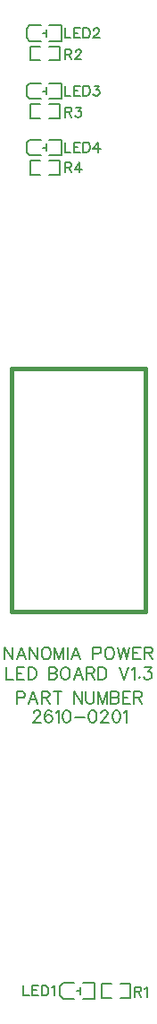
<source format=gto>
G04 Layer: TopSilkscreenLayer*
G04 Panelize: V-CUT, Column: 8, Row: 1, Board Size: 15.24mm x 95mm, Panelized Board Size: 135.92mm x 95mm*
G04 EasyEDA v6.5.34, 2023-08-21 18:11:39*
G04 3bfda8faaeb148089eadf0c8bcf69e3c,5a6b42c53f6a479593ecc07194224c93,10*
G04 Gerber Generator version 0.2*
G04 Scale: 100 percent, Rotated: No, Reflected: No *
G04 Dimensions in millimeters *
G04 leading zeros omitted , absolute positions ,4 integer and 5 decimal *
%FSLAX45Y45*%
%MOMM*%

%ADD10C,0.2032*%
%ADD11C,0.1524*%
%ADD12C,0.3860*%
%ADD13C,0.1500*%

%LPD*%
D10*
X330200Y5226557D02*
G01*
X330200Y5112004D01*
X330200Y5112004D02*
G01*
X395731Y5112004D01*
X431545Y5226557D02*
G01*
X431545Y5112004D01*
X431545Y5226557D02*
G01*
X502665Y5226557D01*
X431545Y5171947D02*
G01*
X475234Y5171947D01*
X431545Y5112004D02*
G01*
X502665Y5112004D01*
X538479Y5226557D02*
G01*
X538479Y5112004D01*
X538479Y5226557D02*
G01*
X576834Y5226557D01*
X593089Y5220970D01*
X604012Y5210047D01*
X609345Y5199126D01*
X614934Y5182870D01*
X614934Y5155692D01*
X609345Y5139181D01*
X604012Y5128260D01*
X593089Y5117337D01*
X576834Y5112004D01*
X538479Y5112004D01*
X734822Y5226557D02*
G01*
X734822Y5112004D01*
X734822Y5226557D02*
G01*
X784097Y5226557D01*
X800354Y5220970D01*
X805941Y5215636D01*
X811275Y5204713D01*
X811275Y5193792D01*
X805941Y5182870D01*
X800354Y5177281D01*
X784097Y5171947D01*
X734822Y5171947D02*
G01*
X784097Y5171947D01*
X800354Y5166613D01*
X805941Y5161026D01*
X811275Y5150104D01*
X811275Y5133847D01*
X805941Y5122926D01*
X800354Y5117337D01*
X784097Y5112004D01*
X734822Y5112004D01*
X880109Y5226557D02*
G01*
X869188Y5220970D01*
X858265Y5210047D01*
X852677Y5199126D01*
X847343Y5182870D01*
X847343Y5155692D01*
X852677Y5139181D01*
X858265Y5128260D01*
X869188Y5117337D01*
X880109Y5112004D01*
X901954Y5112004D01*
X912622Y5117337D01*
X923543Y5128260D01*
X929131Y5139181D01*
X934465Y5155692D01*
X934465Y5182870D01*
X929131Y5199126D01*
X923543Y5210047D01*
X912622Y5220970D01*
X901954Y5226557D01*
X880109Y5226557D01*
X1014222Y5226557D02*
G01*
X970534Y5112004D01*
X1014222Y5226557D02*
G01*
X1057909Y5112004D01*
X987043Y5150104D02*
G01*
X1041400Y5150104D01*
X1093724Y5226557D02*
G01*
X1093724Y5112004D01*
X1093724Y5226557D02*
G01*
X1143000Y5226557D01*
X1159256Y5220970D01*
X1164843Y5215636D01*
X1170177Y5204713D01*
X1170177Y5193792D01*
X1164843Y5182870D01*
X1159256Y5177281D01*
X1143000Y5171947D01*
X1093724Y5171947D01*
X1132077Y5171947D02*
G01*
X1170177Y5112004D01*
X1206245Y5226557D02*
G01*
X1206245Y5112004D01*
X1206245Y5226557D02*
G01*
X1244345Y5226557D01*
X1260856Y5220970D01*
X1271777Y5210047D01*
X1277111Y5199126D01*
X1282445Y5182870D01*
X1282445Y5155692D01*
X1277111Y5139181D01*
X1271777Y5128260D01*
X1260856Y5117337D01*
X1244345Y5112004D01*
X1206245Y5112004D01*
X1402588Y5226557D02*
G01*
X1446275Y5112004D01*
X1489709Y5226557D02*
G01*
X1446275Y5112004D01*
X1525777Y5204713D02*
G01*
X1536700Y5210047D01*
X1553209Y5226557D01*
X1553209Y5112004D01*
X1594611Y5139181D02*
G01*
X1589024Y5133847D01*
X1594611Y5128260D01*
X1599945Y5133847D01*
X1594611Y5139181D01*
X1646936Y5226557D02*
G01*
X1706879Y5226557D01*
X1674113Y5182870D01*
X1690624Y5182870D01*
X1701545Y5177281D01*
X1706879Y5171947D01*
X1712468Y5155692D01*
X1712468Y5144770D01*
X1706879Y5128260D01*
X1695958Y5117337D01*
X1679702Y5112004D01*
X1663191Y5112004D01*
X1646936Y5117337D01*
X1641347Y5122926D01*
X1636013Y5133847D01*
X317500Y5416989D02*
G01*
X317500Y5302445D01*
X317500Y5416989D02*
G01*
X393862Y5302445D01*
X393862Y5416989D02*
G01*
X393862Y5302445D01*
X473499Y5416989D02*
G01*
X429864Y5302445D01*
X473499Y5416989D02*
G01*
X517136Y5302445D01*
X446227Y5340626D02*
G01*
X500771Y5340626D01*
X553135Y5416989D02*
G01*
X553135Y5302445D01*
X553135Y5416989D02*
G01*
X629498Y5302445D01*
X629498Y5416989D02*
G01*
X629498Y5302445D01*
X698225Y5416989D02*
G01*
X687316Y5411536D01*
X676409Y5400626D01*
X670953Y5389717D01*
X665500Y5373354D01*
X665500Y5346082D01*
X670953Y5329717D01*
X676409Y5318808D01*
X687316Y5307898D01*
X698225Y5302445D01*
X720044Y5302445D01*
X730953Y5307898D01*
X741862Y5318808D01*
X747316Y5329717D01*
X752772Y5346082D01*
X752772Y5373354D01*
X747316Y5389717D01*
X741862Y5400626D01*
X730953Y5411536D01*
X720044Y5416989D01*
X698225Y5416989D01*
X788771Y5416989D02*
G01*
X788771Y5302445D01*
X788771Y5416989D02*
G01*
X832408Y5302445D01*
X876043Y5416989D02*
G01*
X832408Y5302445D01*
X876043Y5416989D02*
G01*
X876043Y5302445D01*
X912045Y5416989D02*
G01*
X912045Y5302445D01*
X991679Y5416989D02*
G01*
X948044Y5302445D01*
X991679Y5416989D02*
G01*
X1035316Y5302445D01*
X964407Y5340626D02*
G01*
X1018954Y5340626D01*
X1155316Y5416989D02*
G01*
X1155316Y5302445D01*
X1155316Y5416989D02*
G01*
X1204407Y5416989D01*
X1220769Y5411536D01*
X1226225Y5406082D01*
X1231679Y5395173D01*
X1231679Y5378808D01*
X1226225Y5367898D01*
X1220769Y5362445D01*
X1204407Y5356989D01*
X1155316Y5356989D01*
X1300406Y5416989D02*
G01*
X1289497Y5411536D01*
X1278587Y5400626D01*
X1273134Y5389717D01*
X1267680Y5373354D01*
X1267680Y5346082D01*
X1273134Y5329717D01*
X1278587Y5318808D01*
X1289497Y5307898D01*
X1300406Y5302445D01*
X1322224Y5302445D01*
X1333134Y5307898D01*
X1344043Y5318808D01*
X1349496Y5329717D01*
X1354952Y5346082D01*
X1354952Y5373354D01*
X1349496Y5389717D01*
X1344043Y5400626D01*
X1333134Y5411536D01*
X1322224Y5416989D01*
X1300406Y5416989D01*
X1390952Y5416989D02*
G01*
X1418224Y5302445D01*
X1445498Y5416989D02*
G01*
X1418224Y5302445D01*
X1445498Y5416989D02*
G01*
X1472770Y5302445D01*
X1500042Y5416989D02*
G01*
X1472770Y5302445D01*
X1536042Y5416989D02*
G01*
X1536042Y5302445D01*
X1536042Y5416989D02*
G01*
X1606951Y5416989D01*
X1536042Y5362445D02*
G01*
X1579679Y5362445D01*
X1536042Y5302445D02*
G01*
X1606951Y5302445D01*
X1642950Y5416989D02*
G01*
X1642950Y5302445D01*
X1642950Y5416989D02*
G01*
X1692043Y5416989D01*
X1708406Y5411536D01*
X1713859Y5406082D01*
X1719315Y5395173D01*
X1719315Y5384264D01*
X1713859Y5373354D01*
X1708406Y5367898D01*
X1692043Y5362445D01*
X1642950Y5362445D01*
X1681134Y5362445D02*
G01*
X1719315Y5302445D01*
X589534Y4792726D02*
G01*
X589534Y4798313D01*
X595121Y4809236D01*
X600455Y4814570D01*
X611378Y4820157D01*
X633221Y4820157D01*
X644144Y4814570D01*
X649731Y4809236D01*
X655065Y4798313D01*
X655065Y4787392D01*
X649731Y4776470D01*
X638810Y4760213D01*
X584200Y4705604D01*
X660654Y4705604D01*
X762000Y4803647D02*
G01*
X756665Y4814570D01*
X740156Y4820157D01*
X729234Y4820157D01*
X712977Y4814570D01*
X702056Y4798313D01*
X696468Y4770881D01*
X696468Y4743704D01*
X702056Y4721860D01*
X712977Y4710937D01*
X729234Y4705604D01*
X734822Y4705604D01*
X751077Y4710937D01*
X762000Y4721860D01*
X767588Y4738370D01*
X767588Y4743704D01*
X762000Y4760213D01*
X751077Y4770881D01*
X734822Y4776470D01*
X729234Y4776470D01*
X712977Y4770881D01*
X702056Y4760213D01*
X696468Y4743704D01*
X803402Y4798313D02*
G01*
X814324Y4803647D01*
X830834Y4820157D01*
X830834Y4705604D01*
X899413Y4820157D02*
G01*
X883158Y4814570D01*
X872236Y4798313D01*
X866647Y4770881D01*
X866647Y4754626D01*
X872236Y4727447D01*
X883158Y4710937D01*
X899413Y4705604D01*
X910336Y4705604D01*
X926845Y4710937D01*
X937768Y4727447D01*
X943102Y4754626D01*
X943102Y4770881D01*
X937768Y4798313D01*
X926845Y4814570D01*
X910336Y4820157D01*
X899413Y4820157D01*
X979170Y4754626D02*
G01*
X1077213Y4754626D01*
X1146047Y4820157D02*
G01*
X1129538Y4814570D01*
X1118870Y4798313D01*
X1113281Y4770881D01*
X1113281Y4754626D01*
X1118870Y4727447D01*
X1129538Y4710937D01*
X1146047Y4705604D01*
X1156970Y4705604D01*
X1173225Y4710937D01*
X1184147Y4727447D01*
X1189736Y4754626D01*
X1189736Y4770881D01*
X1184147Y4798313D01*
X1173225Y4814570D01*
X1156970Y4820157D01*
X1146047Y4820157D01*
X1231138Y4792726D02*
G01*
X1231138Y4798313D01*
X1236472Y4809236D01*
X1242059Y4814570D01*
X1252981Y4820157D01*
X1274825Y4820157D01*
X1285747Y4814570D01*
X1291081Y4809236D01*
X1296670Y4798313D01*
X1296670Y4787392D01*
X1291081Y4776470D01*
X1280159Y4760213D01*
X1225550Y4705604D01*
X1302004Y4705604D01*
X1370838Y4820157D02*
G01*
X1354327Y4814570D01*
X1343406Y4798313D01*
X1338072Y4770881D01*
X1338072Y4754626D01*
X1343406Y4727447D01*
X1354327Y4710937D01*
X1370838Y4705604D01*
X1381759Y4705604D01*
X1398015Y4710937D01*
X1408938Y4727447D01*
X1414272Y4754626D01*
X1414272Y4770881D01*
X1408938Y4798313D01*
X1398015Y4814570D01*
X1381759Y4820157D01*
X1370838Y4820157D01*
X1450340Y4798313D02*
G01*
X1461261Y4803647D01*
X1477772Y4820157D01*
X1477772Y4705604D01*
X431800Y4997889D02*
G01*
X431800Y4883345D01*
X431800Y4997889D02*
G01*
X480890Y4997889D01*
X497253Y4992436D01*
X502709Y4986982D01*
X508162Y4976073D01*
X508162Y4959708D01*
X502709Y4948798D01*
X497253Y4943345D01*
X480890Y4937889D01*
X431800Y4937889D01*
X587799Y4997889D02*
G01*
X544164Y4883345D01*
X587799Y4997889D02*
G01*
X631436Y4883345D01*
X560527Y4921526D02*
G01*
X615071Y4921526D01*
X667435Y4997889D02*
G01*
X667435Y4883345D01*
X667435Y4997889D02*
G01*
X716526Y4997889D01*
X732889Y4992436D01*
X738344Y4986982D01*
X743798Y4976073D01*
X743798Y4965164D01*
X738344Y4954254D01*
X732889Y4948798D01*
X716526Y4943345D01*
X667435Y4943345D01*
X705617Y4943345D02*
G01*
X743798Y4883345D01*
X817981Y4997889D02*
G01*
X817981Y4883345D01*
X779800Y4997889D02*
G01*
X856162Y4997889D01*
X976162Y4997889D02*
G01*
X976162Y4883345D01*
X976162Y4997889D02*
G01*
X1052525Y4883345D01*
X1052525Y4997889D02*
G01*
X1052525Y4883345D01*
X1088527Y4997889D02*
G01*
X1088527Y4916073D01*
X1093980Y4899708D01*
X1104889Y4888798D01*
X1121252Y4883345D01*
X1132161Y4883345D01*
X1148527Y4888798D01*
X1159433Y4899708D01*
X1164889Y4916073D01*
X1164889Y4997889D01*
X1200889Y4997889D02*
G01*
X1200889Y4883345D01*
X1200889Y4997889D02*
G01*
X1244526Y4883345D01*
X1288161Y4997889D02*
G01*
X1244526Y4883345D01*
X1288161Y4997889D02*
G01*
X1288161Y4883345D01*
X1324162Y4997889D02*
G01*
X1324162Y4883345D01*
X1324162Y4997889D02*
G01*
X1373253Y4997889D01*
X1389616Y4992436D01*
X1395069Y4986982D01*
X1400525Y4976073D01*
X1400525Y4965164D01*
X1395069Y4954254D01*
X1389616Y4948798D01*
X1373253Y4943345D01*
X1324162Y4943345D02*
G01*
X1373253Y4943345D01*
X1389616Y4937889D01*
X1395069Y4932436D01*
X1400525Y4921526D01*
X1400525Y4905164D01*
X1395069Y4894254D01*
X1389616Y4888798D01*
X1373253Y4883345D01*
X1324162Y4883345D01*
X1436524Y4997889D02*
G01*
X1436524Y4883345D01*
X1436524Y4997889D02*
G01*
X1507434Y4997889D01*
X1436524Y4943345D02*
G01*
X1480162Y4943345D01*
X1436524Y4883345D02*
G01*
X1507434Y4883345D01*
X1543433Y4997889D02*
G01*
X1543433Y4883345D01*
X1543433Y4997889D02*
G01*
X1592524Y4997889D01*
X1608889Y4992436D01*
X1614342Y4986982D01*
X1619798Y4976073D01*
X1619798Y4965164D01*
X1614342Y4954254D01*
X1608889Y4948798D01*
X1592524Y4943345D01*
X1543433Y4943345D01*
X1581614Y4943345D02*
G01*
X1619798Y4883345D01*
D11*
X889000Y11264137D02*
G01*
X889000Y11168634D01*
X889000Y11168634D02*
G01*
X943609Y11168634D01*
X973581Y11264137D02*
G01*
X973581Y11168634D01*
X973581Y11264137D02*
G01*
X1032509Y11264137D01*
X973581Y11218671D02*
G01*
X1009904Y11218671D01*
X973581Y11168634D02*
G01*
X1032509Y11168634D01*
X1062736Y11264137D02*
G01*
X1062736Y11168634D01*
X1062736Y11264137D02*
G01*
X1094486Y11264137D01*
X1108202Y11259565D01*
X1117091Y11250676D01*
X1121663Y11241531D01*
X1126236Y11227815D01*
X1126236Y11205210D01*
X1121663Y11191494D01*
X1117091Y11182350D01*
X1108202Y11173205D01*
X1094486Y11168634D01*
X1062736Y11168634D01*
X1160779Y11241531D02*
G01*
X1160779Y11246104D01*
X1165352Y11254994D01*
X1169924Y11259565D01*
X1179068Y11264137D01*
X1197102Y11264137D01*
X1206245Y11259565D01*
X1210818Y11254994D01*
X1215390Y11246104D01*
X1215390Y11236960D01*
X1210818Y11227815D01*
X1201674Y11214100D01*
X1156208Y11168634D01*
X1219961Y11168634D01*
X889000Y11060937D02*
G01*
X889000Y10965434D01*
X889000Y11060937D02*
G01*
X929893Y11060937D01*
X943609Y11056365D01*
X948181Y11051794D01*
X952754Y11042904D01*
X952754Y11033760D01*
X948181Y11024615D01*
X943609Y11020044D01*
X929893Y11015471D01*
X889000Y11015471D01*
X920750Y11015471D02*
G01*
X952754Y10965434D01*
X987297Y11038331D02*
G01*
X987297Y11042904D01*
X991615Y11051794D01*
X996188Y11056365D01*
X1005331Y11060937D01*
X1023620Y11060937D01*
X1032509Y11056365D01*
X1037081Y11051794D01*
X1041654Y11042904D01*
X1041654Y11033760D01*
X1037081Y11024615D01*
X1028191Y11010900D01*
X982725Y10965434D01*
X1046225Y10965434D01*
X889000Y9994137D02*
G01*
X889000Y9898634D01*
X889000Y9994137D02*
G01*
X929893Y9994137D01*
X943609Y9989565D01*
X948181Y9984994D01*
X952754Y9976104D01*
X952754Y9966960D01*
X948181Y9957815D01*
X943609Y9953244D01*
X929893Y9948671D01*
X889000Y9948671D01*
X920750Y9948671D02*
G01*
X952754Y9898634D01*
X1028191Y9994137D02*
G01*
X982725Y9930637D01*
X1050797Y9930637D01*
X1028191Y9994137D02*
G01*
X1028191Y9898634D01*
X889000Y10514837D02*
G01*
X889000Y10419334D01*
X889000Y10514837D02*
G01*
X929893Y10514837D01*
X943609Y10510265D01*
X948181Y10505694D01*
X952754Y10496804D01*
X952754Y10487660D01*
X948181Y10478515D01*
X943609Y10473944D01*
X929893Y10469371D01*
X889000Y10469371D01*
X920750Y10469371D02*
G01*
X952754Y10419334D01*
X991615Y10514837D02*
G01*
X1041654Y10514837D01*
X1014475Y10478515D01*
X1028191Y10478515D01*
X1037081Y10473944D01*
X1041654Y10469371D01*
X1046225Y10455910D01*
X1046225Y10446765D01*
X1041654Y10433050D01*
X1032509Y10423905D01*
X1019047Y10419334D01*
X1005331Y10419334D01*
X991615Y10423905D01*
X987297Y10428478D01*
X982725Y10437621D01*
X889000Y10718037D02*
G01*
X889000Y10622534D01*
X889000Y10622534D02*
G01*
X943609Y10622534D01*
X973581Y10718037D02*
G01*
X973581Y10622534D01*
X973581Y10718037D02*
G01*
X1032509Y10718037D01*
X973581Y10672571D02*
G01*
X1009904Y10672571D01*
X973581Y10622534D02*
G01*
X1032509Y10622534D01*
X1062736Y10718037D02*
G01*
X1062736Y10622534D01*
X1062736Y10718037D02*
G01*
X1094486Y10718037D01*
X1108202Y10713465D01*
X1117091Y10704576D01*
X1121663Y10695431D01*
X1126236Y10681715D01*
X1126236Y10659110D01*
X1121663Y10645394D01*
X1117091Y10636250D01*
X1108202Y10627105D01*
X1094486Y10622534D01*
X1062736Y10622534D01*
X1165352Y10718037D02*
G01*
X1215390Y10718037D01*
X1188211Y10681715D01*
X1201674Y10681715D01*
X1210818Y10677144D01*
X1215390Y10672571D01*
X1219961Y10659110D01*
X1219961Y10649965D01*
X1215390Y10636250D01*
X1206245Y10627105D01*
X1192529Y10622534D01*
X1179068Y10622534D01*
X1165352Y10627105D01*
X1160779Y10631678D01*
X1156208Y10640821D01*
X889000Y10184637D02*
G01*
X889000Y10089134D01*
X889000Y10089134D02*
G01*
X943609Y10089134D01*
X973581Y10184637D02*
G01*
X973581Y10089134D01*
X973581Y10184637D02*
G01*
X1032509Y10184637D01*
X973581Y10139171D02*
G01*
X1009904Y10139171D01*
X973581Y10089134D02*
G01*
X1032509Y10089134D01*
X1062736Y10184637D02*
G01*
X1062736Y10089134D01*
X1062736Y10184637D02*
G01*
X1094486Y10184637D01*
X1108202Y10180065D01*
X1117091Y10171176D01*
X1121663Y10162031D01*
X1126236Y10148315D01*
X1126236Y10125710D01*
X1121663Y10111994D01*
X1117091Y10102850D01*
X1108202Y10093705D01*
X1094486Y10089134D01*
X1062736Y10089134D01*
X1201674Y10184637D02*
G01*
X1156208Y10121137D01*
X1224534Y10121137D01*
X1201674Y10184637D02*
G01*
X1201674Y10089134D01*
X495310Y2223137D02*
G01*
X495310Y2127633D01*
X495310Y2127633D02*
G01*
X549920Y2127633D01*
X579892Y2223137D02*
G01*
X579892Y2127633D01*
X579892Y2223137D02*
G01*
X638820Y2223137D01*
X579892Y2177671D02*
G01*
X616214Y2177671D01*
X579892Y2127633D02*
G01*
X638820Y2127633D01*
X669046Y2223137D02*
G01*
X669046Y2127633D01*
X669046Y2223137D02*
G01*
X700796Y2223137D01*
X714512Y2218565D01*
X723402Y2209675D01*
X727974Y2200531D01*
X732546Y2186815D01*
X732546Y2164209D01*
X727974Y2150493D01*
X723402Y2141349D01*
X714512Y2132205D01*
X700796Y2127633D01*
X669046Y2127633D01*
X762518Y2205103D02*
G01*
X771662Y2209675D01*
X785378Y2223137D01*
X785378Y2127633D01*
X1549400Y2209037D02*
G01*
X1549400Y2113534D01*
X1549400Y2209037D02*
G01*
X1590293Y2209037D01*
X1604009Y2204465D01*
X1608581Y2199894D01*
X1613154Y2191004D01*
X1613154Y2181860D01*
X1608581Y2172715D01*
X1604009Y2168144D01*
X1590293Y2163571D01*
X1549400Y2163571D01*
X1581150Y2163571D02*
G01*
X1613154Y2113534D01*
X1643125Y2191004D02*
G01*
X1652015Y2195576D01*
X1665731Y2209037D01*
X1665731Y2113534D01*
D12*
X381000Y8051698D02*
G01*
X1651000Y8051698D01*
X381000Y8051698D02*
G01*
X381000Y5751695D01*
X381000Y5752998D02*
G01*
X1651000Y5752998D01*
X1651000Y8051698D02*
G01*
X1651000Y5751695D01*
D13*
X715500Y11214323D02*
G01*
X681499Y11214323D01*
X523494Y11179096D02*
G01*
X523494Y11169093D01*
X553488Y11139091D01*
X738494Y11289098D02*
G01*
X853495Y11289098D01*
X738494Y11139091D02*
G01*
X853495Y11139091D01*
X658495Y11289098D02*
G01*
X553488Y11289098D01*
X658495Y11139091D02*
G01*
X553488Y11139091D01*
X853495Y11289085D02*
G01*
X853495Y11141095D01*
X523494Y11249088D02*
G01*
X523494Y11179096D01*
X523494Y11249088D02*
G01*
X523494Y11259103D01*
X553488Y11289098D01*
X715500Y11249096D02*
G01*
X715500Y11181097D01*
D11*
X655878Y11089660D02*
G01*
X559991Y11089660D01*
X559991Y10957539D01*
X655878Y10957539D01*
X741121Y11089660D02*
G01*
X837008Y11089660D01*
X837008Y10957539D01*
X741121Y10957539D01*
X741121Y9878039D02*
G01*
X837008Y9878039D01*
X837008Y10010160D01*
X741121Y10010160D01*
X655878Y9878039D02*
G01*
X559991Y9878039D01*
X559991Y10010160D01*
X655878Y10010160D01*
X655878Y10543560D02*
G01*
X559991Y10543560D01*
X559991Y10411439D01*
X655878Y10411439D01*
X741121Y10543560D02*
G01*
X837008Y10543560D01*
X837008Y10411439D01*
X741121Y10411439D01*
D13*
X715500Y10668223D02*
G01*
X681499Y10668223D01*
X523494Y10632996D02*
G01*
X523494Y10622993D01*
X553488Y10592991D01*
X738494Y10742998D02*
G01*
X853495Y10742998D01*
X738494Y10592991D02*
G01*
X853495Y10592991D01*
X658495Y10742998D02*
G01*
X553488Y10742998D01*
X658495Y10592991D02*
G01*
X553488Y10592991D01*
X853495Y10742985D02*
G01*
X853495Y10594995D01*
X523494Y10702988D02*
G01*
X523494Y10632996D01*
X523494Y10702988D02*
G01*
X523494Y10713003D01*
X553488Y10742998D01*
X715500Y10702996D02*
G01*
X715500Y10634997D01*
X715500Y10134823D02*
G01*
X681499Y10134823D01*
X523494Y10099596D02*
G01*
X523494Y10089593D01*
X553488Y10059591D01*
X738494Y10209598D02*
G01*
X853495Y10209598D01*
X738494Y10059591D02*
G01*
X853495Y10059591D01*
X658495Y10209598D02*
G01*
X553488Y10209598D01*
X658495Y10059591D02*
G01*
X553488Y10059591D01*
X853495Y10209585D02*
G01*
X853495Y10061595D01*
X523494Y10169588D02*
G01*
X523494Y10099596D01*
X523494Y10169588D02*
G01*
X523494Y10179603D01*
X553488Y10209598D01*
X715500Y10169596D02*
G01*
X715500Y10101597D01*
X1033000Y2171923D02*
G01*
X998999Y2171923D01*
X840993Y2136696D02*
G01*
X840993Y2126693D01*
X870988Y2096691D01*
X1055994Y2246698D02*
G01*
X1170995Y2246698D01*
X1055994Y2096691D02*
G01*
X1170995Y2096691D01*
X975995Y2246698D02*
G01*
X870988Y2246698D01*
X975995Y2096691D02*
G01*
X870988Y2096691D01*
X1170995Y2246685D02*
G01*
X1170995Y2098695D01*
X840993Y2206688D02*
G01*
X840993Y2136696D01*
X840993Y2206688D02*
G01*
X840993Y2216703D01*
X870988Y2246698D01*
X1033000Y2206696D02*
G01*
X1033000Y2138697D01*
D11*
X1328978Y2237760D02*
G01*
X1233091Y2237760D01*
X1233091Y2105639D01*
X1328978Y2105639D01*
X1414221Y2237760D02*
G01*
X1510108Y2237760D01*
X1510108Y2105639D01*
X1414221Y2105639D01*
M02*

</source>
